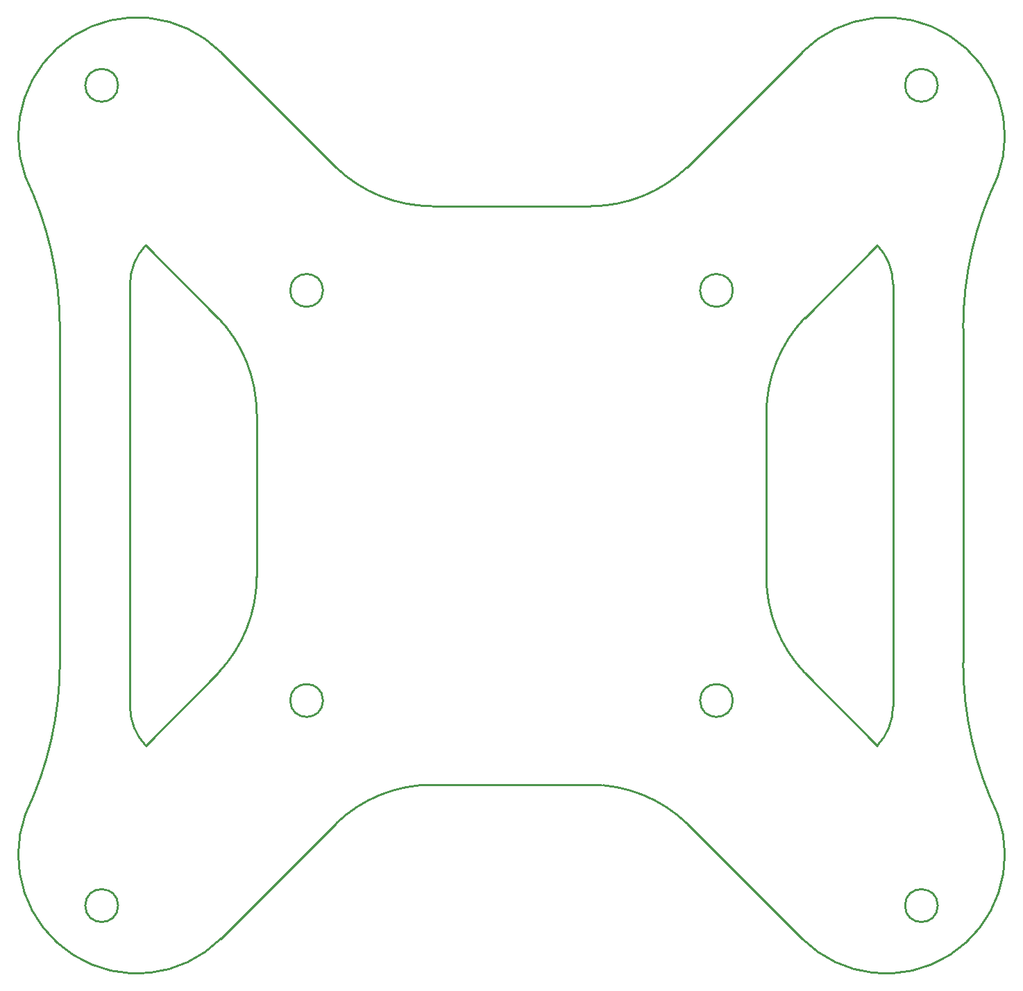
<source format=gko>
G04*
G04 #@! TF.GenerationSoftware,Altium Limited,Altium Designer,22.2.1 (43)*
G04*
G04 Layer_Color=16711935*
%FSLAX25Y25*%
%MOIN*%
G70*
G04*
G04 #@! TF.SameCoordinates,45D0AC0B-6FF6-4A69-A9E9-FFEFCF31C2CF*
G04*
G04*
G04 #@! TF.FilePolarity,Positive*
G04*
G01*
G75*
%ADD12C,0.01000*%
D12*
X183111Y101335D02*
G03*
X175590Y120078I-27116J0D01*
G01*
X140815Y85300D02*
G03*
X122299Y39068I48458J-46232D01*
G01*
X122300Y-39005D02*
G03*
X140816Y-85237I66974J0D01*
G01*
X175591Y-120079D02*
G03*
X183111Y-101336I-19595J18743D01*
G01*
X-183308D02*
G03*
X-175787Y-120079I27115J0D01*
G01*
X-141013Y-85237D02*
G03*
X-122497Y-39005I-48458J46232D01*
G01*
X-122496Y39068D02*
G03*
X-141012Y85300I-66974J0D01*
G01*
X-175787Y120078D02*
G03*
X-183308Y101335I19595J-18743D01*
G01*
X106201Y98425D02*
G03*
X106201Y98425I-7874J0D01*
G01*
X-90650D02*
G03*
X-90650Y98425I-7874J0D01*
G01*
X204626Y-196850D02*
G03*
X204626Y-196850I-7874J0D01*
G01*
X204626Y196850D02*
G03*
X204626Y196850I-7874J0D01*
G01*
X-189075D02*
G03*
X-189075Y196850I-7874J0D01*
G01*
X-189075Y-196850D02*
G03*
X-189075Y-196850I-7874J0D01*
G01*
X84112Y-157382D02*
G03*
X37967Y-138866I-46145J-48243D01*
G01*
Y138866D02*
G03*
X84112Y157382I0J66759D01*
G01*
X233378Y152971D02*
G03*
X139505Y212775I-53565J19496D01*
G01*
X-38164Y-138866D02*
G03*
X-84309Y-157382I0J-66759D01*
G01*
X139505Y-212775D02*
G03*
X233378Y-152971I40307J40307D01*
G01*
X-84309Y157382D02*
G03*
X-38164Y138866I46145J48243D01*
G01*
X-233575Y-152971D02*
G03*
X-139702Y-212775I53565J-19496D01*
G01*
X216817Y-80176D02*
G03*
X233378Y-152971I168275J0D01*
G01*
X233378Y152971D02*
G03*
X216817Y80176I151715J-72796D01*
G01*
X-233575Y-152971D02*
G03*
X-217014Y-80176I-151715J72796D01*
G01*
X-139702Y212775D02*
G03*
X-233575Y152971I-40307J-40307D01*
G01*
X-217014Y80176D02*
G03*
X-233575Y152971I-168275J0D01*
G01*
X106201Y-98425D02*
G03*
X106201Y-98425I-7874J0D01*
G01*
X-90650D02*
G03*
X-90650Y-98425I-7874J0D01*
G01*
X140815Y85300D02*
X175592Y120076D01*
X122299Y-39091D02*
Y39068D01*
Y-39091D02*
X122300Y-39091D01*
X122299Y-39091D02*
X122300Y-39091D01*
X140816Y-85300D02*
Y-85237D01*
Y-85300D02*
X175593Y-120077D01*
X183111Y101335D02*
X183111Y-101336D01*
X-183308D02*
X-183308Y101335D01*
X-175789Y-120077D02*
X-141013Y-85300D01*
Y-85237D01*
X-122497Y-39091D02*
X-122496Y-39091D01*
X-122497Y-39091D02*
X-122496Y-39091D01*
Y39068D01*
X-175789Y120076D02*
X-141012Y85300D01*
X84112Y-157382D02*
X139505Y-212775D01*
X216817Y-80176D02*
Y80176D01*
X-139702Y212775D02*
X-84309Y157382D01*
X84112D02*
X139505Y212775D01*
X-139702Y-212775D02*
X-84309Y-157382D01*
X-217014Y-80176D02*
Y80176D01*
X-38164Y-138866D02*
X37967D01*
X-38164Y138866D02*
X37967D01*
M02*

</source>
